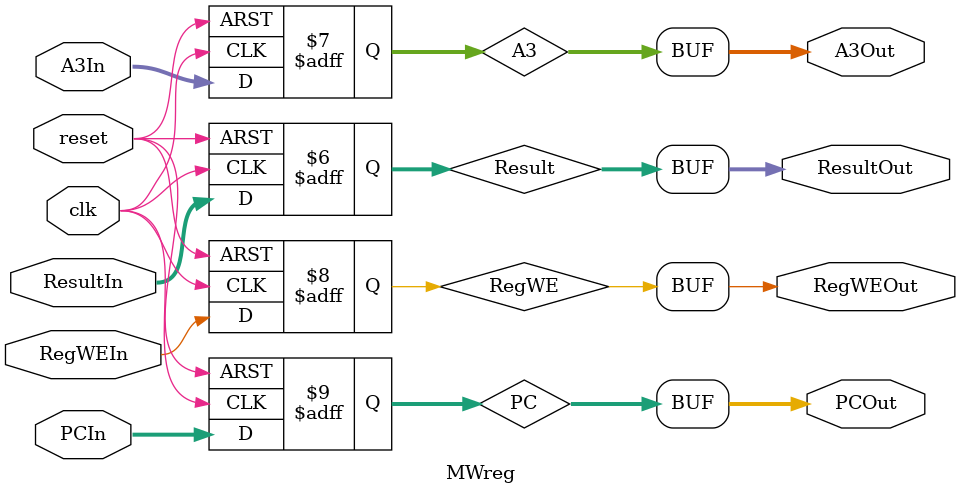
<source format=v>
`timescale 1ns / 1ps
module MWreg(
	input clk,
	input reset,
	//Data	
	input [31:0] ResultIn,
	input [4:0] A3In,
	output [31:0] ResultOut,
	output [4:0] A3Out,
	//Ctrl
	input RegWEIn,
	output RegWEOut,
	//PC
	input [31:0] PCIn,
	output [31:0] PCOut
	);
	
	reg [31:0] Result=0;
	reg [4:0] A3=0;
	
	assign ResultOut=Result;
	assign A3Out=A3;
	
	reg RegWE=0;
	
	assign RegWEOut=RegWE;
	
	reg [31:0] PC=0;
	assign PCOut=PC;
	
	always @(posedge clk, posedge reset)
	begin
		if(reset)
		begin
			Result<=0;
			A3<=0;
			RegWE<=0;
			PC<=0;
		end
		else
		begin
			Result<=ResultIn;
			A3<=A3In;
			RegWE<=RegWEIn;
			PC<=PCIn;
		end
	end

endmodule

</source>
